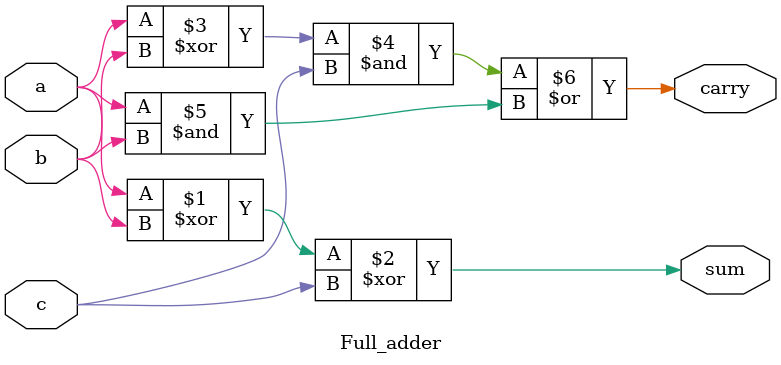
<source format=v>
`timescale 1ns / 1ps


module Full_adder(
    input a,
    input b,
    input c,
    output sum,
    output carry
    );
    assign sum=(a^b)^c;
    assign carry=(a^b)&c | a&b;
endmodule

</source>
